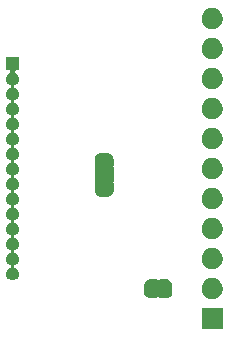
<source format=gbr>
G04 #@! TF.GenerationSoftware,KiCad,Pcbnew,(5.1.6)-1*
G04 #@! TF.CreationDate,2020-08-10T17:54:01+03:00*
G04 #@! TF.ProjectId,Sharp_11pin_to_15pin_Adapter,53686172-705f-4313-9170-696e5f746f5f,rev?*
G04 #@! TF.SameCoordinates,Original*
G04 #@! TF.FileFunction,Soldermask,Top*
G04 #@! TF.FilePolarity,Negative*
%FSLAX46Y46*%
G04 Gerber Fmt 4.6, Leading zero omitted, Abs format (unit mm)*
G04 Created by KiCad (PCBNEW (5.1.6)-1) date 2020-08-10 17:54:01*
%MOMM*%
%LPD*%
G01*
G04 APERTURE LIST*
%ADD10C,0.100000*%
G04 APERTURE END LIST*
D10*
G36*
X145681000Y-127901000D02*
G01*
X143879000Y-127901000D01*
X143879000Y-126099000D01*
X145681000Y-126099000D01*
X145681000Y-127901000D01*
G37*
G36*
X144893512Y-123563927D02*
G01*
X145042812Y-123593624D01*
X145206784Y-123661544D01*
X145354354Y-123760147D01*
X145479853Y-123885646D01*
X145578456Y-124033216D01*
X145646376Y-124197188D01*
X145681000Y-124371259D01*
X145681000Y-124548741D01*
X145646376Y-124722812D01*
X145578456Y-124886784D01*
X145479853Y-125034354D01*
X145354354Y-125159853D01*
X145206784Y-125258456D01*
X145042812Y-125326376D01*
X144893512Y-125356073D01*
X144868742Y-125361000D01*
X144691258Y-125361000D01*
X144666488Y-125356073D01*
X144517188Y-125326376D01*
X144353216Y-125258456D01*
X144205646Y-125159853D01*
X144080147Y-125034354D01*
X143981544Y-124886784D01*
X143913624Y-124722812D01*
X143879000Y-124548741D01*
X143879000Y-124371259D01*
X143913624Y-124197188D01*
X143981544Y-124033216D01*
X144080147Y-123885646D01*
X144205646Y-123760147D01*
X144353216Y-123661544D01*
X144517188Y-123593624D01*
X144666488Y-123563927D01*
X144691258Y-123559000D01*
X144868742Y-123559000D01*
X144893512Y-123563927D01*
G37*
G36*
X140067999Y-123659737D02*
G01*
X140077608Y-123662652D01*
X140086472Y-123667390D01*
X140094237Y-123673763D01*
X140104448Y-123686206D01*
X140111378Y-123696575D01*
X140128705Y-123713902D01*
X140149080Y-123727515D01*
X140171720Y-123736891D01*
X140195753Y-123741671D01*
X140220257Y-123741670D01*
X140244290Y-123736888D01*
X140266929Y-123727510D01*
X140287302Y-123713895D01*
X140304629Y-123696568D01*
X140311558Y-123686198D01*
X140321763Y-123673763D01*
X140329528Y-123667390D01*
X140338392Y-123662652D01*
X140348001Y-123659737D01*
X140364140Y-123658148D01*
X140851861Y-123658148D01*
X140870199Y-123659954D01*
X140882450Y-123660556D01*
X140900869Y-123660556D01*
X140923149Y-123662750D01*
X141007233Y-123679476D01*
X141028660Y-123685976D01*
X141107858Y-123718780D01*
X141113303Y-123721691D01*
X141113309Y-123721693D01*
X141122169Y-123726429D01*
X141122173Y-123726432D01*
X141127614Y-123729340D01*
X141198899Y-123776971D01*
X141216204Y-123791172D01*
X141276828Y-123851796D01*
X141291029Y-123869101D01*
X141338660Y-123940386D01*
X141341568Y-123945827D01*
X141341571Y-123945831D01*
X141346307Y-123954691D01*
X141346309Y-123954697D01*
X141349220Y-123960142D01*
X141382024Y-124039340D01*
X141388524Y-124060767D01*
X141405250Y-124144851D01*
X141407444Y-124167131D01*
X141407444Y-124185550D01*
X141408046Y-124197801D01*
X141409852Y-124216139D01*
X141409852Y-124703862D01*
X141408046Y-124722199D01*
X141407444Y-124734450D01*
X141407444Y-124752869D01*
X141405250Y-124775149D01*
X141388524Y-124859233D01*
X141382024Y-124880660D01*
X141349220Y-124959858D01*
X141346309Y-124965303D01*
X141346307Y-124965309D01*
X141341571Y-124974169D01*
X141341568Y-124974173D01*
X141338660Y-124979614D01*
X141291029Y-125050899D01*
X141276828Y-125068204D01*
X141216204Y-125128828D01*
X141198899Y-125143029D01*
X141127614Y-125190660D01*
X141122173Y-125193568D01*
X141122169Y-125193571D01*
X141113309Y-125198307D01*
X141113303Y-125198309D01*
X141107858Y-125201220D01*
X141028660Y-125234024D01*
X141007233Y-125240524D01*
X140923149Y-125257250D01*
X140900869Y-125259444D01*
X140882450Y-125259444D01*
X140870199Y-125260046D01*
X140851862Y-125261852D01*
X140364140Y-125261852D01*
X140348001Y-125260263D01*
X140338392Y-125257348D01*
X140329528Y-125252610D01*
X140321763Y-125246237D01*
X140311552Y-125233794D01*
X140304622Y-125223425D01*
X140287295Y-125206098D01*
X140266920Y-125192485D01*
X140244280Y-125183109D01*
X140220247Y-125178329D01*
X140195743Y-125178330D01*
X140171710Y-125183112D01*
X140149071Y-125192490D01*
X140128698Y-125206105D01*
X140111371Y-125223432D01*
X140104442Y-125233802D01*
X140094237Y-125246237D01*
X140086472Y-125252610D01*
X140077608Y-125257348D01*
X140067999Y-125260263D01*
X140051860Y-125261852D01*
X139564138Y-125261852D01*
X139545801Y-125260046D01*
X139533550Y-125259444D01*
X139515131Y-125259444D01*
X139492851Y-125257250D01*
X139408767Y-125240524D01*
X139387340Y-125234024D01*
X139308142Y-125201220D01*
X139302697Y-125198309D01*
X139302691Y-125198307D01*
X139293831Y-125193571D01*
X139293827Y-125193568D01*
X139288386Y-125190660D01*
X139217101Y-125143029D01*
X139199796Y-125128828D01*
X139139172Y-125068204D01*
X139124971Y-125050899D01*
X139077340Y-124979614D01*
X139074432Y-124974173D01*
X139074429Y-124974169D01*
X139069693Y-124965309D01*
X139069691Y-124965303D01*
X139066780Y-124959858D01*
X139033976Y-124880660D01*
X139027476Y-124859233D01*
X139010750Y-124775149D01*
X139008556Y-124752869D01*
X139008556Y-124734450D01*
X139007954Y-124722199D01*
X139006148Y-124703862D01*
X139006148Y-124216139D01*
X139007954Y-124197801D01*
X139008556Y-124185550D01*
X139008556Y-124167131D01*
X139010750Y-124144851D01*
X139027476Y-124060767D01*
X139033976Y-124039340D01*
X139066780Y-123960142D01*
X139069691Y-123954697D01*
X139069693Y-123954691D01*
X139074429Y-123945831D01*
X139074432Y-123945827D01*
X139077340Y-123940386D01*
X139124971Y-123869101D01*
X139139172Y-123851796D01*
X139199796Y-123791172D01*
X139217101Y-123776971D01*
X139288386Y-123729340D01*
X139293827Y-123726432D01*
X139293831Y-123726429D01*
X139302691Y-123721693D01*
X139302697Y-123721691D01*
X139308142Y-123718780D01*
X139387340Y-123685976D01*
X139408767Y-123679476D01*
X139492851Y-123662750D01*
X139515131Y-123660556D01*
X139533550Y-123660556D01*
X139545801Y-123659954D01*
X139564139Y-123658148D01*
X140051860Y-123658148D01*
X140067999Y-123659737D01*
G37*
G36*
X128431000Y-105961000D02*
G01*
X128207782Y-105961000D01*
X128183396Y-105963402D01*
X128159947Y-105970515D01*
X128138336Y-105982066D01*
X128119394Y-105997611D01*
X128103849Y-106016553D01*
X128092298Y-106038164D01*
X128085185Y-106061613D01*
X128082783Y-106085999D01*
X128085185Y-106110385D01*
X128092298Y-106133834D01*
X128103849Y-106155445D01*
X128119394Y-106174387D01*
X128138336Y-106189932D01*
X128199816Y-106231012D01*
X128231242Y-106252010D01*
X128307990Y-106328758D01*
X128307991Y-106328760D01*
X128368291Y-106419005D01*
X128409826Y-106519279D01*
X128431000Y-106625730D01*
X128431000Y-106734270D01*
X128409826Y-106840721D01*
X128368291Y-106940995D01*
X128367077Y-106942812D01*
X128307990Y-107031242D01*
X128231242Y-107107990D01*
X128185812Y-107138345D01*
X128140995Y-107168291D01*
X128065611Y-107199516D01*
X128044000Y-107211067D01*
X128025059Y-107226612D01*
X128009513Y-107245554D01*
X127997962Y-107267165D01*
X127990849Y-107290614D01*
X127988447Y-107315000D01*
X127990849Y-107339386D01*
X127997962Y-107362835D01*
X128009513Y-107384446D01*
X128025058Y-107403387D01*
X128044000Y-107418933D01*
X128065611Y-107430484D01*
X128140995Y-107461709D01*
X128185812Y-107491655D01*
X128231242Y-107522010D01*
X128307990Y-107598758D01*
X128307991Y-107598760D01*
X128368291Y-107689005D01*
X128409826Y-107789279D01*
X128431000Y-107895730D01*
X128431000Y-108004270D01*
X128409826Y-108110721D01*
X128368291Y-108210995D01*
X128368290Y-108210996D01*
X128307990Y-108301242D01*
X128231242Y-108377990D01*
X128185812Y-108408345D01*
X128140995Y-108438291D01*
X128065611Y-108469516D01*
X128044000Y-108481067D01*
X128025059Y-108496612D01*
X128009513Y-108515554D01*
X127997962Y-108537165D01*
X127990849Y-108560614D01*
X127988447Y-108585000D01*
X127990849Y-108609386D01*
X127997962Y-108632835D01*
X128009513Y-108654446D01*
X128025058Y-108673387D01*
X128044000Y-108688933D01*
X128065611Y-108700484D01*
X128140995Y-108731709D01*
X128140996Y-108731710D01*
X128231242Y-108792010D01*
X128307990Y-108868758D01*
X128307991Y-108868760D01*
X128368291Y-108959005D01*
X128409826Y-109059279D01*
X128431000Y-109165730D01*
X128431000Y-109274270D01*
X128409826Y-109380721D01*
X128368291Y-109480995D01*
X128367077Y-109482812D01*
X128307990Y-109571242D01*
X128231242Y-109647990D01*
X128185812Y-109678345D01*
X128140995Y-109708291D01*
X128065611Y-109739516D01*
X128044000Y-109751067D01*
X128025059Y-109766612D01*
X128009513Y-109785554D01*
X127997962Y-109807165D01*
X127990849Y-109830614D01*
X127988447Y-109855000D01*
X127990849Y-109879386D01*
X127997962Y-109902835D01*
X128009513Y-109924446D01*
X128025058Y-109943387D01*
X128044000Y-109958933D01*
X128065611Y-109970484D01*
X128140995Y-110001709D01*
X128185812Y-110031655D01*
X128231242Y-110062010D01*
X128307990Y-110138758D01*
X128307991Y-110138760D01*
X128368291Y-110229005D01*
X128409826Y-110329279D01*
X128431000Y-110435730D01*
X128431000Y-110544270D01*
X128409826Y-110650721D01*
X128368291Y-110750995D01*
X128368290Y-110750996D01*
X128307990Y-110841242D01*
X128231242Y-110917990D01*
X128185812Y-110948345D01*
X128140995Y-110978291D01*
X128065611Y-111009516D01*
X128044000Y-111021067D01*
X128025059Y-111036612D01*
X128009513Y-111055554D01*
X127997962Y-111077165D01*
X127990849Y-111100614D01*
X127988447Y-111125000D01*
X127990849Y-111149386D01*
X127997962Y-111172835D01*
X128009513Y-111194446D01*
X128025058Y-111213387D01*
X128044000Y-111228933D01*
X128065611Y-111240484D01*
X128140995Y-111271709D01*
X128140996Y-111271710D01*
X128231242Y-111332010D01*
X128307990Y-111408758D01*
X128307991Y-111408760D01*
X128368291Y-111499005D01*
X128409826Y-111599279D01*
X128431000Y-111705730D01*
X128431000Y-111814270D01*
X128409826Y-111920721D01*
X128368291Y-112020995D01*
X128367077Y-112022812D01*
X128307990Y-112111242D01*
X128231242Y-112187990D01*
X128185812Y-112218345D01*
X128140995Y-112248291D01*
X128065611Y-112279516D01*
X128044000Y-112291067D01*
X128025059Y-112306612D01*
X128009513Y-112325554D01*
X127997962Y-112347165D01*
X127990849Y-112370614D01*
X127988447Y-112395000D01*
X127990849Y-112419386D01*
X127997962Y-112442835D01*
X128009513Y-112464446D01*
X128025058Y-112483387D01*
X128044000Y-112498933D01*
X128065611Y-112510484D01*
X128140995Y-112541709D01*
X128185812Y-112571655D01*
X128231242Y-112602010D01*
X128307990Y-112678758D01*
X128307991Y-112678760D01*
X128368291Y-112769005D01*
X128409826Y-112869279D01*
X128431000Y-112975730D01*
X128431000Y-113084270D01*
X128409826Y-113190721D01*
X128368291Y-113290995D01*
X128368290Y-113290996D01*
X128307990Y-113381242D01*
X128231242Y-113457990D01*
X128192988Y-113483550D01*
X128140995Y-113518291D01*
X128065611Y-113549516D01*
X128044000Y-113561067D01*
X128025059Y-113576612D01*
X128009513Y-113595554D01*
X127997962Y-113617165D01*
X127990849Y-113640614D01*
X127988447Y-113665000D01*
X127990849Y-113689386D01*
X127997962Y-113712835D01*
X128009513Y-113734446D01*
X128025058Y-113753387D01*
X128044000Y-113768933D01*
X128065611Y-113780484D01*
X128140995Y-113811709D01*
X128140996Y-113811710D01*
X128231242Y-113872010D01*
X128307990Y-113948758D01*
X128307991Y-113948760D01*
X128368291Y-114039005D01*
X128409826Y-114139279D01*
X128431000Y-114245730D01*
X128431000Y-114354270D01*
X128409826Y-114460721D01*
X128368291Y-114560995D01*
X128367077Y-114562812D01*
X128307990Y-114651242D01*
X128231242Y-114727990D01*
X128185812Y-114758345D01*
X128140995Y-114788291D01*
X128065611Y-114819516D01*
X128044000Y-114831067D01*
X128025059Y-114846612D01*
X128009513Y-114865554D01*
X127997962Y-114887165D01*
X127990849Y-114910614D01*
X127988447Y-114935000D01*
X127990849Y-114959386D01*
X127997962Y-114982835D01*
X128009513Y-115004446D01*
X128025058Y-115023387D01*
X128044000Y-115038933D01*
X128065611Y-115050484D01*
X128140995Y-115081709D01*
X128185812Y-115111655D01*
X128231242Y-115142010D01*
X128307990Y-115218758D01*
X128307991Y-115218760D01*
X128368291Y-115309005D01*
X128409826Y-115409279D01*
X128431000Y-115515730D01*
X128431000Y-115624270D01*
X128409826Y-115730721D01*
X128368291Y-115830995D01*
X128368290Y-115830996D01*
X128307990Y-115921242D01*
X128231242Y-115997990D01*
X128185812Y-116028345D01*
X128140995Y-116058291D01*
X128065611Y-116089516D01*
X128044000Y-116101067D01*
X128025059Y-116116612D01*
X128009513Y-116135554D01*
X127997962Y-116157165D01*
X127990849Y-116180614D01*
X127988447Y-116205000D01*
X127990849Y-116229386D01*
X127997962Y-116252835D01*
X128009513Y-116274446D01*
X128025058Y-116293387D01*
X128044000Y-116308933D01*
X128065611Y-116320484D01*
X128140995Y-116351709D01*
X128171615Y-116372169D01*
X128231242Y-116412010D01*
X128307990Y-116488758D01*
X128307991Y-116488760D01*
X128368291Y-116579005D01*
X128409826Y-116679279D01*
X128431000Y-116785730D01*
X128431000Y-116894270D01*
X128409826Y-117000721D01*
X128368291Y-117100995D01*
X128367077Y-117102812D01*
X128307990Y-117191242D01*
X128231242Y-117267990D01*
X128185812Y-117298345D01*
X128140995Y-117328291D01*
X128065611Y-117359516D01*
X128044000Y-117371067D01*
X128025059Y-117386612D01*
X128009513Y-117405554D01*
X127997962Y-117427165D01*
X127990849Y-117450614D01*
X127988447Y-117475000D01*
X127990849Y-117499386D01*
X127997962Y-117522835D01*
X128009513Y-117544446D01*
X128025058Y-117563387D01*
X128044000Y-117578933D01*
X128065611Y-117590484D01*
X128140995Y-117621709D01*
X128185812Y-117651655D01*
X128231242Y-117682010D01*
X128307990Y-117758758D01*
X128307991Y-117758760D01*
X128368291Y-117849005D01*
X128409826Y-117949279D01*
X128431000Y-118055730D01*
X128431000Y-118164270D01*
X128409826Y-118270721D01*
X128368291Y-118370995D01*
X128368290Y-118370996D01*
X128307990Y-118461242D01*
X128231242Y-118537990D01*
X128185812Y-118568345D01*
X128140995Y-118598291D01*
X128065611Y-118629516D01*
X128044000Y-118641067D01*
X128025059Y-118656612D01*
X128009513Y-118675554D01*
X127997962Y-118697165D01*
X127990849Y-118720614D01*
X127988447Y-118745000D01*
X127990849Y-118769386D01*
X127997962Y-118792835D01*
X128009513Y-118814446D01*
X128025058Y-118833387D01*
X128044000Y-118848933D01*
X128065611Y-118860484D01*
X128140995Y-118891709D01*
X128140996Y-118891710D01*
X128231242Y-118952010D01*
X128307990Y-119028758D01*
X128307991Y-119028760D01*
X128368291Y-119119005D01*
X128409826Y-119219279D01*
X128431000Y-119325730D01*
X128431000Y-119434270D01*
X128409826Y-119540721D01*
X128368291Y-119640995D01*
X128367077Y-119642812D01*
X128307990Y-119731242D01*
X128231242Y-119807990D01*
X128185812Y-119838345D01*
X128140995Y-119868291D01*
X128065611Y-119899516D01*
X128044000Y-119911067D01*
X128025059Y-119926612D01*
X128009513Y-119945554D01*
X127997962Y-119967165D01*
X127990849Y-119990614D01*
X127988447Y-120015000D01*
X127990849Y-120039386D01*
X127997962Y-120062835D01*
X128009513Y-120084446D01*
X128025058Y-120103387D01*
X128044000Y-120118933D01*
X128065611Y-120130484D01*
X128140995Y-120161709D01*
X128185812Y-120191655D01*
X128231242Y-120222010D01*
X128307990Y-120298758D01*
X128307991Y-120298760D01*
X128368291Y-120389005D01*
X128409826Y-120489279D01*
X128431000Y-120595730D01*
X128431000Y-120704270D01*
X128409826Y-120810721D01*
X128368291Y-120910995D01*
X128368290Y-120910996D01*
X128307990Y-121001242D01*
X128231242Y-121077990D01*
X128185812Y-121108345D01*
X128140995Y-121138291D01*
X128065611Y-121169516D01*
X128044000Y-121181067D01*
X128025059Y-121196612D01*
X128009513Y-121215554D01*
X127997962Y-121237165D01*
X127990849Y-121260614D01*
X127988447Y-121285000D01*
X127990849Y-121309386D01*
X127997962Y-121332835D01*
X128009513Y-121354446D01*
X128025058Y-121373387D01*
X128044000Y-121388933D01*
X128065611Y-121400484D01*
X128140995Y-121431709D01*
X128140996Y-121431710D01*
X128231242Y-121492010D01*
X128307990Y-121568758D01*
X128307991Y-121568760D01*
X128368291Y-121659005D01*
X128409826Y-121759279D01*
X128431000Y-121865730D01*
X128431000Y-121974270D01*
X128409826Y-122080721D01*
X128368291Y-122180995D01*
X128367077Y-122182812D01*
X128307990Y-122271242D01*
X128231242Y-122347990D01*
X128185812Y-122378345D01*
X128140995Y-122408291D01*
X128065611Y-122439516D01*
X128044000Y-122451067D01*
X128025059Y-122466612D01*
X128009513Y-122485554D01*
X127997962Y-122507165D01*
X127990849Y-122530614D01*
X127988447Y-122555000D01*
X127990849Y-122579386D01*
X127997962Y-122602835D01*
X128009513Y-122624446D01*
X128025058Y-122643387D01*
X128044000Y-122658933D01*
X128065611Y-122670484D01*
X128140995Y-122701709D01*
X128185812Y-122731655D01*
X128231242Y-122762010D01*
X128307990Y-122838758D01*
X128307991Y-122838760D01*
X128368291Y-122929005D01*
X128409826Y-123029279D01*
X128431000Y-123135730D01*
X128431000Y-123244270D01*
X128409826Y-123350721D01*
X128368291Y-123450995D01*
X128368290Y-123450996D01*
X128307990Y-123541242D01*
X128231242Y-123617990D01*
X128185812Y-123648345D01*
X128140995Y-123678291D01*
X128040721Y-123719826D01*
X127934270Y-123741000D01*
X127825730Y-123741000D01*
X127719279Y-123719826D01*
X127619005Y-123678291D01*
X127574188Y-123648345D01*
X127528758Y-123617990D01*
X127452010Y-123541242D01*
X127391710Y-123450996D01*
X127391709Y-123450995D01*
X127350174Y-123350721D01*
X127329000Y-123244270D01*
X127329000Y-123135730D01*
X127350174Y-123029279D01*
X127391709Y-122929005D01*
X127452009Y-122838760D01*
X127452010Y-122838758D01*
X127528758Y-122762010D01*
X127574188Y-122731655D01*
X127619005Y-122701709D01*
X127694389Y-122670484D01*
X127716000Y-122658933D01*
X127734941Y-122643388D01*
X127750487Y-122624446D01*
X127762038Y-122602835D01*
X127769151Y-122579386D01*
X127771553Y-122555000D01*
X127769151Y-122530614D01*
X127762038Y-122507165D01*
X127750487Y-122485554D01*
X127734942Y-122466613D01*
X127716000Y-122451067D01*
X127694389Y-122439516D01*
X127619005Y-122408291D01*
X127574188Y-122378345D01*
X127528758Y-122347990D01*
X127452010Y-122271242D01*
X127392923Y-122182812D01*
X127391709Y-122180995D01*
X127350174Y-122080721D01*
X127329000Y-121974270D01*
X127329000Y-121865730D01*
X127350174Y-121759279D01*
X127391709Y-121659005D01*
X127452009Y-121568760D01*
X127452010Y-121568758D01*
X127528758Y-121492010D01*
X127619004Y-121431710D01*
X127619005Y-121431709D01*
X127694389Y-121400484D01*
X127716000Y-121388933D01*
X127734941Y-121373388D01*
X127750487Y-121354446D01*
X127762038Y-121332835D01*
X127769151Y-121309386D01*
X127771553Y-121285000D01*
X127769151Y-121260614D01*
X127762038Y-121237165D01*
X127750487Y-121215554D01*
X127734942Y-121196613D01*
X127716000Y-121181067D01*
X127694389Y-121169516D01*
X127619005Y-121138291D01*
X127574188Y-121108345D01*
X127528758Y-121077990D01*
X127452010Y-121001242D01*
X127391710Y-120910996D01*
X127391709Y-120910995D01*
X127350174Y-120810721D01*
X127329000Y-120704270D01*
X127329000Y-120595730D01*
X127350174Y-120489279D01*
X127391709Y-120389005D01*
X127452009Y-120298760D01*
X127452010Y-120298758D01*
X127528758Y-120222010D01*
X127574188Y-120191655D01*
X127619005Y-120161709D01*
X127694389Y-120130484D01*
X127716000Y-120118933D01*
X127734941Y-120103388D01*
X127750487Y-120084446D01*
X127762038Y-120062835D01*
X127769151Y-120039386D01*
X127771553Y-120015000D01*
X127769151Y-119990614D01*
X127762038Y-119967165D01*
X127750487Y-119945554D01*
X127734942Y-119926613D01*
X127716000Y-119911067D01*
X127694389Y-119899516D01*
X127619005Y-119868291D01*
X127574188Y-119838345D01*
X127528758Y-119807990D01*
X127452010Y-119731242D01*
X127392923Y-119642812D01*
X127391709Y-119640995D01*
X127350174Y-119540721D01*
X127329000Y-119434270D01*
X127329000Y-119325730D01*
X127350174Y-119219279D01*
X127391709Y-119119005D01*
X127452009Y-119028760D01*
X127452010Y-119028758D01*
X127528758Y-118952010D01*
X127619004Y-118891710D01*
X127619005Y-118891709D01*
X127694389Y-118860484D01*
X127716000Y-118848933D01*
X127734941Y-118833388D01*
X127750487Y-118814446D01*
X127762038Y-118792835D01*
X127769151Y-118769386D01*
X127771553Y-118745000D01*
X127769151Y-118720614D01*
X127762038Y-118697165D01*
X127750487Y-118675554D01*
X127734942Y-118656613D01*
X127716000Y-118641067D01*
X127694389Y-118629516D01*
X127619005Y-118598291D01*
X127574188Y-118568345D01*
X127528758Y-118537990D01*
X127452010Y-118461242D01*
X127391710Y-118370996D01*
X127391709Y-118370995D01*
X127350174Y-118270721D01*
X127329000Y-118164270D01*
X127329000Y-118055730D01*
X127350174Y-117949279D01*
X127391709Y-117849005D01*
X127452009Y-117758760D01*
X127452010Y-117758758D01*
X127528758Y-117682010D01*
X127574188Y-117651655D01*
X127619005Y-117621709D01*
X127694389Y-117590484D01*
X127716000Y-117578933D01*
X127734941Y-117563388D01*
X127750487Y-117544446D01*
X127762038Y-117522835D01*
X127769151Y-117499386D01*
X127771553Y-117475000D01*
X127769151Y-117450614D01*
X127762038Y-117427165D01*
X127750487Y-117405554D01*
X127734942Y-117386613D01*
X127716000Y-117371067D01*
X127694389Y-117359516D01*
X127619005Y-117328291D01*
X127574188Y-117298345D01*
X127528758Y-117267990D01*
X127452010Y-117191242D01*
X127392923Y-117102812D01*
X127391709Y-117100995D01*
X127350174Y-117000721D01*
X127329000Y-116894270D01*
X127329000Y-116785730D01*
X127350174Y-116679279D01*
X127391709Y-116579005D01*
X127452009Y-116488760D01*
X127452010Y-116488758D01*
X127528758Y-116412010D01*
X127588385Y-116372169D01*
X127619005Y-116351709D01*
X127694389Y-116320484D01*
X127716000Y-116308933D01*
X127734941Y-116293388D01*
X127750487Y-116274446D01*
X127762038Y-116252835D01*
X127769151Y-116229386D01*
X127771553Y-116205000D01*
X127769151Y-116180614D01*
X127762038Y-116157165D01*
X127750487Y-116135554D01*
X127734942Y-116116613D01*
X127716000Y-116101067D01*
X127694389Y-116089516D01*
X127619005Y-116058291D01*
X127574188Y-116028345D01*
X127528758Y-115997990D01*
X127452010Y-115921242D01*
X127391710Y-115830996D01*
X127391709Y-115830995D01*
X127350174Y-115730721D01*
X127329000Y-115624270D01*
X127329000Y-115515730D01*
X127350174Y-115409279D01*
X127391709Y-115309005D01*
X127452009Y-115218760D01*
X127452010Y-115218758D01*
X127528758Y-115142010D01*
X127574188Y-115111655D01*
X127619005Y-115081709D01*
X127694389Y-115050484D01*
X127716000Y-115038933D01*
X127734941Y-115023388D01*
X127750487Y-115004446D01*
X127762038Y-114982835D01*
X127769151Y-114959386D01*
X127771553Y-114935000D01*
X127769151Y-114910614D01*
X127762038Y-114887165D01*
X127750487Y-114865554D01*
X127734942Y-114846613D01*
X127716000Y-114831067D01*
X127694389Y-114819516D01*
X127619005Y-114788291D01*
X127574188Y-114758345D01*
X127528758Y-114727990D01*
X127452010Y-114651242D01*
X127392923Y-114562812D01*
X127391709Y-114560995D01*
X127350174Y-114460721D01*
X127329000Y-114354270D01*
X127329000Y-114245730D01*
X127350174Y-114139279D01*
X127391709Y-114039005D01*
X127452009Y-113948760D01*
X127452010Y-113948758D01*
X127528758Y-113872010D01*
X127619004Y-113811710D01*
X127619005Y-113811709D01*
X127694389Y-113780484D01*
X127716000Y-113768933D01*
X127734941Y-113753388D01*
X127750487Y-113734446D01*
X127762038Y-113712835D01*
X127769151Y-113689386D01*
X127771553Y-113665000D01*
X127769151Y-113640614D01*
X127762038Y-113617165D01*
X127750487Y-113595554D01*
X127734942Y-113576613D01*
X127716000Y-113561067D01*
X127694389Y-113549516D01*
X127619005Y-113518291D01*
X127567012Y-113483550D01*
X127528758Y-113457990D01*
X127452010Y-113381242D01*
X127391710Y-113290996D01*
X127391709Y-113290995D01*
X127350174Y-113190721D01*
X127329000Y-113084270D01*
X127329000Y-112975730D01*
X127350174Y-112869279D01*
X127391709Y-112769005D01*
X127452009Y-112678760D01*
X127452010Y-112678758D01*
X127528758Y-112602010D01*
X127574188Y-112571655D01*
X127619005Y-112541709D01*
X127694389Y-112510484D01*
X127716000Y-112498933D01*
X127734941Y-112483388D01*
X127750487Y-112464446D01*
X127762038Y-112442835D01*
X127769151Y-112419386D01*
X127771553Y-112395000D01*
X127769151Y-112370614D01*
X127762038Y-112347165D01*
X127750487Y-112325554D01*
X127734942Y-112306613D01*
X127716000Y-112291067D01*
X127694389Y-112279516D01*
X127619005Y-112248291D01*
X127574188Y-112218345D01*
X127528758Y-112187990D01*
X127452010Y-112111242D01*
X127392923Y-112022812D01*
X127391709Y-112020995D01*
X127350174Y-111920721D01*
X127329000Y-111814270D01*
X127329000Y-111705730D01*
X127350174Y-111599279D01*
X127391709Y-111499005D01*
X127452009Y-111408760D01*
X127452010Y-111408758D01*
X127528758Y-111332010D01*
X127619004Y-111271710D01*
X127619005Y-111271709D01*
X127694389Y-111240484D01*
X127716000Y-111228933D01*
X127734941Y-111213388D01*
X127750487Y-111194446D01*
X127762038Y-111172835D01*
X127769151Y-111149386D01*
X127771553Y-111125000D01*
X127769151Y-111100614D01*
X127762038Y-111077165D01*
X127750487Y-111055554D01*
X127734942Y-111036613D01*
X127716000Y-111021067D01*
X127694389Y-111009516D01*
X127619005Y-110978291D01*
X127574188Y-110948345D01*
X127528758Y-110917990D01*
X127452010Y-110841242D01*
X127391710Y-110750996D01*
X127391709Y-110750995D01*
X127350174Y-110650721D01*
X127329000Y-110544270D01*
X127329000Y-110435730D01*
X127350174Y-110329279D01*
X127391709Y-110229005D01*
X127452009Y-110138760D01*
X127452010Y-110138758D01*
X127528758Y-110062010D01*
X127574188Y-110031655D01*
X127619005Y-110001709D01*
X127694389Y-109970484D01*
X127716000Y-109958933D01*
X127734941Y-109943388D01*
X127750487Y-109924446D01*
X127762038Y-109902835D01*
X127769151Y-109879386D01*
X127771553Y-109855000D01*
X127769151Y-109830614D01*
X127762038Y-109807165D01*
X127750487Y-109785554D01*
X127734942Y-109766613D01*
X127716000Y-109751067D01*
X127694389Y-109739516D01*
X127619005Y-109708291D01*
X127574188Y-109678345D01*
X127528758Y-109647990D01*
X127452010Y-109571242D01*
X127392923Y-109482812D01*
X127391709Y-109480995D01*
X127350174Y-109380721D01*
X127329000Y-109274270D01*
X127329000Y-109165730D01*
X127350174Y-109059279D01*
X127391709Y-108959005D01*
X127452009Y-108868760D01*
X127452010Y-108868758D01*
X127528758Y-108792010D01*
X127619004Y-108731710D01*
X127619005Y-108731709D01*
X127694389Y-108700484D01*
X127716000Y-108688933D01*
X127734941Y-108673388D01*
X127750487Y-108654446D01*
X127762038Y-108632835D01*
X127769151Y-108609386D01*
X127771553Y-108585000D01*
X127769151Y-108560614D01*
X127762038Y-108537165D01*
X127750487Y-108515554D01*
X127734942Y-108496613D01*
X127716000Y-108481067D01*
X127694389Y-108469516D01*
X127619005Y-108438291D01*
X127574188Y-108408345D01*
X127528758Y-108377990D01*
X127452010Y-108301242D01*
X127391710Y-108210996D01*
X127391709Y-108210995D01*
X127350174Y-108110721D01*
X127329000Y-108004270D01*
X127329000Y-107895730D01*
X127350174Y-107789279D01*
X127391709Y-107689005D01*
X127452009Y-107598760D01*
X127452010Y-107598758D01*
X127528758Y-107522010D01*
X127574188Y-107491655D01*
X127619005Y-107461709D01*
X127694389Y-107430484D01*
X127716000Y-107418933D01*
X127734941Y-107403388D01*
X127750487Y-107384446D01*
X127762038Y-107362835D01*
X127769151Y-107339386D01*
X127771553Y-107315000D01*
X127769151Y-107290614D01*
X127762038Y-107267165D01*
X127750487Y-107245554D01*
X127734942Y-107226613D01*
X127716000Y-107211067D01*
X127694389Y-107199516D01*
X127619005Y-107168291D01*
X127574188Y-107138345D01*
X127528758Y-107107990D01*
X127452010Y-107031242D01*
X127392923Y-106942812D01*
X127391709Y-106940995D01*
X127350174Y-106840721D01*
X127329000Y-106734270D01*
X127329000Y-106625730D01*
X127350174Y-106519279D01*
X127391709Y-106419005D01*
X127452009Y-106328760D01*
X127452010Y-106328758D01*
X127528758Y-106252010D01*
X127560184Y-106231012D01*
X127621664Y-106189932D01*
X127640606Y-106174386D01*
X127656151Y-106155444D01*
X127667702Y-106133833D01*
X127674815Y-106110385D01*
X127677217Y-106085998D01*
X127674815Y-106061612D01*
X127667702Y-106038163D01*
X127656151Y-106016553D01*
X127640605Y-105997611D01*
X127621663Y-105982066D01*
X127600052Y-105970515D01*
X127576604Y-105963402D01*
X127552218Y-105961000D01*
X127329000Y-105961000D01*
X127329000Y-104859000D01*
X128431000Y-104859000D01*
X128431000Y-105961000D01*
G37*
G36*
X144893512Y-121023927D02*
G01*
X145042812Y-121053624D01*
X145206784Y-121121544D01*
X145354354Y-121220147D01*
X145479853Y-121345646D01*
X145578456Y-121493216D01*
X145646376Y-121657188D01*
X145681000Y-121831259D01*
X145681000Y-122008741D01*
X145646376Y-122182812D01*
X145578456Y-122346784D01*
X145479853Y-122494354D01*
X145354354Y-122619853D01*
X145206784Y-122718456D01*
X145042812Y-122786376D01*
X144893512Y-122816073D01*
X144868742Y-122821000D01*
X144691258Y-122821000D01*
X144666488Y-122816073D01*
X144517188Y-122786376D01*
X144353216Y-122718456D01*
X144205646Y-122619853D01*
X144080147Y-122494354D01*
X143981544Y-122346784D01*
X143913624Y-122182812D01*
X143879000Y-122008741D01*
X143879000Y-121831259D01*
X143913624Y-121657188D01*
X143981544Y-121493216D01*
X144080147Y-121345646D01*
X144205646Y-121220147D01*
X144353216Y-121121544D01*
X144517188Y-121053624D01*
X144666488Y-121023927D01*
X144691258Y-121019000D01*
X144868742Y-121019000D01*
X144893512Y-121023927D01*
G37*
G36*
X144893512Y-118483927D02*
G01*
X145042812Y-118513624D01*
X145206784Y-118581544D01*
X145354354Y-118680147D01*
X145479853Y-118805646D01*
X145578456Y-118953216D01*
X145646376Y-119117188D01*
X145681000Y-119291259D01*
X145681000Y-119468741D01*
X145646376Y-119642812D01*
X145578456Y-119806784D01*
X145479853Y-119954354D01*
X145354354Y-120079853D01*
X145206784Y-120178456D01*
X145042812Y-120246376D01*
X144893512Y-120276073D01*
X144868742Y-120281000D01*
X144691258Y-120281000D01*
X144666488Y-120276073D01*
X144517188Y-120246376D01*
X144353216Y-120178456D01*
X144205646Y-120079853D01*
X144080147Y-119954354D01*
X143981544Y-119806784D01*
X143913624Y-119642812D01*
X143879000Y-119468741D01*
X143879000Y-119291259D01*
X143913624Y-119117188D01*
X143981544Y-118953216D01*
X144080147Y-118805646D01*
X144205646Y-118680147D01*
X144353216Y-118581544D01*
X144517188Y-118513624D01*
X144666488Y-118483927D01*
X144691258Y-118479000D01*
X144868742Y-118479000D01*
X144893512Y-118483927D01*
G37*
G36*
X144893512Y-115943927D02*
G01*
X145042812Y-115973624D01*
X145206784Y-116041544D01*
X145354354Y-116140147D01*
X145479853Y-116265646D01*
X145578456Y-116413216D01*
X145646376Y-116577188D01*
X145681000Y-116751259D01*
X145681000Y-116928741D01*
X145646376Y-117102812D01*
X145578456Y-117266784D01*
X145479853Y-117414354D01*
X145354354Y-117539853D01*
X145206784Y-117638456D01*
X145042812Y-117706376D01*
X144893512Y-117736073D01*
X144868742Y-117741000D01*
X144691258Y-117741000D01*
X144666488Y-117736073D01*
X144517188Y-117706376D01*
X144353216Y-117638456D01*
X144205646Y-117539853D01*
X144080147Y-117414354D01*
X143981544Y-117266784D01*
X143913624Y-117102812D01*
X143879000Y-116928741D01*
X143879000Y-116751259D01*
X143913624Y-116577188D01*
X143981544Y-116413216D01*
X144080147Y-116265646D01*
X144205646Y-116140147D01*
X144353216Y-116041544D01*
X144517188Y-115973624D01*
X144666488Y-115943927D01*
X144691258Y-115939000D01*
X144868742Y-115939000D01*
X144893512Y-115943927D01*
G37*
G36*
X135898199Y-112957954D02*
G01*
X135910450Y-112958556D01*
X135928869Y-112958556D01*
X135951149Y-112960750D01*
X136035233Y-112977476D01*
X136056660Y-112983976D01*
X136135858Y-113016780D01*
X136141303Y-113019691D01*
X136141309Y-113019693D01*
X136150169Y-113024429D01*
X136150173Y-113024432D01*
X136155614Y-113027340D01*
X136226899Y-113074971D01*
X136244204Y-113089172D01*
X136304828Y-113149796D01*
X136319029Y-113167101D01*
X136366660Y-113238386D01*
X136369568Y-113243827D01*
X136369571Y-113243831D01*
X136374307Y-113252691D01*
X136374309Y-113252697D01*
X136377220Y-113258142D01*
X136410024Y-113337340D01*
X136416524Y-113358767D01*
X136433250Y-113442851D01*
X136435444Y-113465131D01*
X136435444Y-113483550D01*
X136436046Y-113495801D01*
X136437852Y-113514139D01*
X136437852Y-114051860D01*
X136436263Y-114067999D01*
X136431855Y-114082528D01*
X136426394Y-114095711D01*
X136421612Y-114119745D01*
X136421611Y-114144249D01*
X136426391Y-114168282D01*
X136435768Y-114190921D01*
X136437000Y-114192765D01*
X136437000Y-115424050D01*
X136430525Y-115436164D01*
X136423412Y-115459613D01*
X136421010Y-115483999D01*
X136423412Y-115508385D01*
X136430525Y-115531834D01*
X136432848Y-115536746D01*
X136436263Y-115548001D01*
X136437852Y-115564140D01*
X136437852Y-116101862D01*
X136436046Y-116120199D01*
X136435444Y-116132450D01*
X136435444Y-116150869D01*
X136433250Y-116173149D01*
X136416524Y-116257233D01*
X136410024Y-116278660D01*
X136377220Y-116357858D01*
X136374309Y-116363303D01*
X136374307Y-116363309D01*
X136369571Y-116372169D01*
X136369568Y-116372173D01*
X136366660Y-116377614D01*
X136319029Y-116448899D01*
X136304828Y-116466204D01*
X136244204Y-116526828D01*
X136226899Y-116541029D01*
X136155614Y-116588660D01*
X136150173Y-116591568D01*
X136150169Y-116591571D01*
X136141309Y-116596307D01*
X136141303Y-116596309D01*
X136135858Y-116599220D01*
X136056660Y-116632024D01*
X136035233Y-116638524D01*
X135951149Y-116655250D01*
X135928869Y-116657444D01*
X135910450Y-116657444D01*
X135898199Y-116658046D01*
X135879862Y-116659852D01*
X135392138Y-116659852D01*
X135373801Y-116658046D01*
X135361550Y-116657444D01*
X135343131Y-116657444D01*
X135320851Y-116655250D01*
X135236767Y-116638524D01*
X135215340Y-116632024D01*
X135136142Y-116599220D01*
X135130697Y-116596309D01*
X135130691Y-116596307D01*
X135121831Y-116591571D01*
X135121827Y-116591568D01*
X135116386Y-116588660D01*
X135045101Y-116541029D01*
X135027796Y-116526828D01*
X134967172Y-116466204D01*
X134952971Y-116448899D01*
X134905340Y-116377614D01*
X134902432Y-116372173D01*
X134902429Y-116372169D01*
X134897693Y-116363309D01*
X134897691Y-116363303D01*
X134894780Y-116357858D01*
X134861976Y-116278660D01*
X134855476Y-116257233D01*
X134838750Y-116173149D01*
X134836556Y-116150869D01*
X134836556Y-116132450D01*
X134835954Y-116120199D01*
X134834148Y-116101862D01*
X134834148Y-115564140D01*
X134835737Y-115548001D01*
X134840145Y-115533472D01*
X134845606Y-115520289D01*
X134850388Y-115496255D01*
X134850389Y-115471751D01*
X134845609Y-115447718D01*
X134836232Y-115425079D01*
X134835000Y-115423235D01*
X134835000Y-114191950D01*
X134841475Y-114179836D01*
X134848588Y-114156387D01*
X134850990Y-114132001D01*
X134848588Y-114107615D01*
X134841475Y-114084166D01*
X134839152Y-114079254D01*
X134835737Y-114067999D01*
X134834148Y-114051860D01*
X134834148Y-113514139D01*
X134835954Y-113495801D01*
X134836556Y-113483550D01*
X134836556Y-113465131D01*
X134838750Y-113442851D01*
X134855476Y-113358767D01*
X134861976Y-113337340D01*
X134894780Y-113258142D01*
X134897691Y-113252697D01*
X134897693Y-113252691D01*
X134902429Y-113243831D01*
X134902432Y-113243827D01*
X134905340Y-113238386D01*
X134952971Y-113167101D01*
X134967172Y-113149796D01*
X135027796Y-113089172D01*
X135045101Y-113074971D01*
X135116386Y-113027340D01*
X135121827Y-113024432D01*
X135121831Y-113024429D01*
X135130691Y-113019693D01*
X135130697Y-113019691D01*
X135136142Y-113016780D01*
X135215340Y-112983976D01*
X135236767Y-112977476D01*
X135320851Y-112960750D01*
X135343131Y-112958556D01*
X135361550Y-112958556D01*
X135373801Y-112957954D01*
X135392139Y-112956148D01*
X135879861Y-112956148D01*
X135898199Y-112957954D01*
G37*
G36*
X144893512Y-113403927D02*
G01*
X145042812Y-113433624D01*
X145206784Y-113501544D01*
X145354354Y-113600147D01*
X145479853Y-113725646D01*
X145578456Y-113873216D01*
X145646376Y-114037188D01*
X145681000Y-114211259D01*
X145681000Y-114388741D01*
X145646376Y-114562812D01*
X145578456Y-114726784D01*
X145479853Y-114874354D01*
X145354354Y-114999853D01*
X145206784Y-115098456D01*
X145042812Y-115166376D01*
X144893512Y-115196073D01*
X144868742Y-115201000D01*
X144691258Y-115201000D01*
X144666488Y-115196073D01*
X144517188Y-115166376D01*
X144353216Y-115098456D01*
X144205646Y-114999853D01*
X144080147Y-114874354D01*
X143981544Y-114726784D01*
X143913624Y-114562812D01*
X143879000Y-114388741D01*
X143879000Y-114211259D01*
X143913624Y-114037188D01*
X143981544Y-113873216D01*
X144080147Y-113725646D01*
X144205646Y-113600147D01*
X144353216Y-113501544D01*
X144517188Y-113433624D01*
X144666488Y-113403927D01*
X144691258Y-113399000D01*
X144868742Y-113399000D01*
X144893512Y-113403927D01*
G37*
G36*
X144893512Y-110863927D02*
G01*
X145042812Y-110893624D01*
X145206784Y-110961544D01*
X145354354Y-111060147D01*
X145479853Y-111185646D01*
X145578456Y-111333216D01*
X145646376Y-111497188D01*
X145681000Y-111671259D01*
X145681000Y-111848741D01*
X145646376Y-112022812D01*
X145578456Y-112186784D01*
X145479853Y-112334354D01*
X145354354Y-112459853D01*
X145206784Y-112558456D01*
X145042812Y-112626376D01*
X144893512Y-112656073D01*
X144868742Y-112661000D01*
X144691258Y-112661000D01*
X144666488Y-112656073D01*
X144517188Y-112626376D01*
X144353216Y-112558456D01*
X144205646Y-112459853D01*
X144080147Y-112334354D01*
X143981544Y-112186784D01*
X143913624Y-112022812D01*
X143879000Y-111848741D01*
X143879000Y-111671259D01*
X143913624Y-111497188D01*
X143981544Y-111333216D01*
X144080147Y-111185646D01*
X144205646Y-111060147D01*
X144353216Y-110961544D01*
X144517188Y-110893624D01*
X144666488Y-110863927D01*
X144691258Y-110859000D01*
X144868742Y-110859000D01*
X144893512Y-110863927D01*
G37*
G36*
X144893512Y-108323927D02*
G01*
X145042812Y-108353624D01*
X145206784Y-108421544D01*
X145354354Y-108520147D01*
X145479853Y-108645646D01*
X145578456Y-108793216D01*
X145646376Y-108957188D01*
X145681000Y-109131259D01*
X145681000Y-109308741D01*
X145646376Y-109482812D01*
X145578456Y-109646784D01*
X145479853Y-109794354D01*
X145354354Y-109919853D01*
X145206784Y-110018456D01*
X145042812Y-110086376D01*
X144893512Y-110116073D01*
X144868742Y-110121000D01*
X144691258Y-110121000D01*
X144666488Y-110116073D01*
X144517188Y-110086376D01*
X144353216Y-110018456D01*
X144205646Y-109919853D01*
X144080147Y-109794354D01*
X143981544Y-109646784D01*
X143913624Y-109482812D01*
X143879000Y-109308741D01*
X143879000Y-109131259D01*
X143913624Y-108957188D01*
X143981544Y-108793216D01*
X144080147Y-108645646D01*
X144205646Y-108520147D01*
X144353216Y-108421544D01*
X144517188Y-108353624D01*
X144666488Y-108323927D01*
X144691258Y-108319000D01*
X144868742Y-108319000D01*
X144893512Y-108323927D01*
G37*
G36*
X144893512Y-105783927D02*
G01*
X145042812Y-105813624D01*
X145206784Y-105881544D01*
X145354354Y-105980147D01*
X145479853Y-106105646D01*
X145578456Y-106253216D01*
X145646376Y-106417188D01*
X145681000Y-106591259D01*
X145681000Y-106768741D01*
X145646376Y-106942812D01*
X145578456Y-107106784D01*
X145479853Y-107254354D01*
X145354354Y-107379853D01*
X145206784Y-107478456D01*
X145042812Y-107546376D01*
X144893512Y-107576073D01*
X144868742Y-107581000D01*
X144691258Y-107581000D01*
X144666488Y-107576073D01*
X144517188Y-107546376D01*
X144353216Y-107478456D01*
X144205646Y-107379853D01*
X144080147Y-107254354D01*
X143981544Y-107106784D01*
X143913624Y-106942812D01*
X143879000Y-106768741D01*
X143879000Y-106591259D01*
X143913624Y-106417188D01*
X143981544Y-106253216D01*
X144080147Y-106105646D01*
X144205646Y-105980147D01*
X144353216Y-105881544D01*
X144517188Y-105813624D01*
X144666488Y-105783927D01*
X144691258Y-105779000D01*
X144868742Y-105779000D01*
X144893512Y-105783927D01*
G37*
G36*
X144893512Y-103243927D02*
G01*
X145042812Y-103273624D01*
X145206784Y-103341544D01*
X145354354Y-103440147D01*
X145479853Y-103565646D01*
X145578456Y-103713216D01*
X145646376Y-103877188D01*
X145681000Y-104051259D01*
X145681000Y-104228741D01*
X145646376Y-104402812D01*
X145578456Y-104566784D01*
X145479853Y-104714354D01*
X145354354Y-104839853D01*
X145206784Y-104938456D01*
X145042812Y-105006376D01*
X144893512Y-105036073D01*
X144868742Y-105041000D01*
X144691258Y-105041000D01*
X144666488Y-105036073D01*
X144517188Y-105006376D01*
X144353216Y-104938456D01*
X144205646Y-104839853D01*
X144080147Y-104714354D01*
X143981544Y-104566784D01*
X143913624Y-104402812D01*
X143879000Y-104228741D01*
X143879000Y-104051259D01*
X143913624Y-103877188D01*
X143981544Y-103713216D01*
X144080147Y-103565646D01*
X144205646Y-103440147D01*
X144353216Y-103341544D01*
X144517188Y-103273624D01*
X144666488Y-103243927D01*
X144691258Y-103239000D01*
X144868742Y-103239000D01*
X144893512Y-103243927D01*
G37*
G36*
X144893512Y-100703927D02*
G01*
X145042812Y-100733624D01*
X145206784Y-100801544D01*
X145354354Y-100900147D01*
X145479853Y-101025646D01*
X145578456Y-101173216D01*
X145646376Y-101337188D01*
X145681000Y-101511259D01*
X145681000Y-101688741D01*
X145646376Y-101862812D01*
X145578456Y-102026784D01*
X145479853Y-102174354D01*
X145354354Y-102299853D01*
X145206784Y-102398456D01*
X145042812Y-102466376D01*
X144893512Y-102496073D01*
X144868742Y-102501000D01*
X144691258Y-102501000D01*
X144666488Y-102496073D01*
X144517188Y-102466376D01*
X144353216Y-102398456D01*
X144205646Y-102299853D01*
X144080147Y-102174354D01*
X143981544Y-102026784D01*
X143913624Y-101862812D01*
X143879000Y-101688741D01*
X143879000Y-101511259D01*
X143913624Y-101337188D01*
X143981544Y-101173216D01*
X144080147Y-101025646D01*
X144205646Y-100900147D01*
X144353216Y-100801544D01*
X144517188Y-100733624D01*
X144666488Y-100703927D01*
X144691258Y-100699000D01*
X144868742Y-100699000D01*
X144893512Y-100703927D01*
G37*
M02*

</source>
